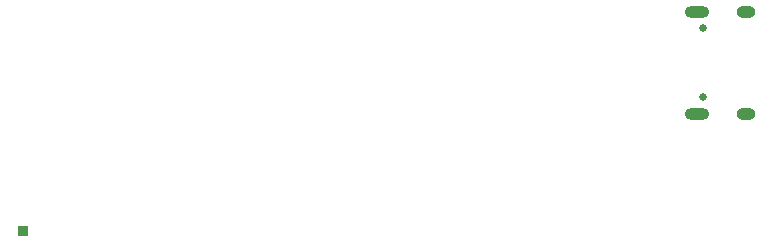
<source format=gbr>
%TF.GenerationSoftware,KiCad,Pcbnew,8.0.4*%
%TF.CreationDate,2024-11-14T20:53:07-06:00*%
%TF.ProjectId,wearablesystem,77656172-6162-46c6-9573-797374656d2e,rev?*%
%TF.SameCoordinates,Original*%
%TF.FileFunction,Soldermask,Bot*%
%TF.FilePolarity,Negative*%
%FSLAX46Y46*%
G04 Gerber Fmt 4.6, Leading zero omitted, Abs format (unit mm)*
G04 Created by KiCad (PCBNEW 8.0.4) date 2024-11-14 20:53:07*
%MOMM*%
%LPD*%
G01*
G04 APERTURE LIST*
%ADD10R,0.850000X0.850000*%
%ADD11C,0.650000*%
%ADD12O,2.100000X1.000000*%
%ADD13O,1.600000X1.000000*%
G04 APERTURE END LIST*
D10*
%TO.C,TP1*%
X58880000Y-83455000D03*
%TD*%
D11*
%TO.C,J1*%
X116395000Y-72070000D03*
X116395000Y-66290000D03*
D12*
X115895000Y-73500000D03*
D13*
X120075000Y-73500000D03*
D12*
X115895000Y-64860000D03*
D13*
X120075000Y-64860000D03*
%TD*%
M02*

</source>
